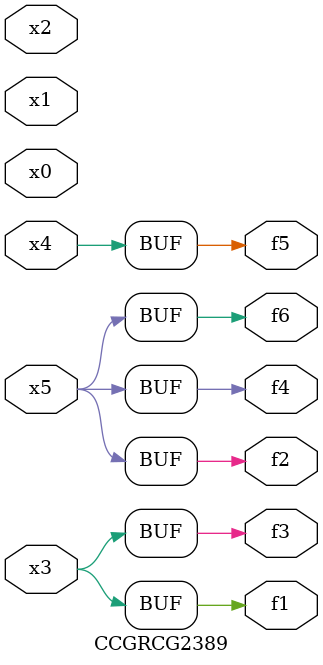
<source format=v>
module CCGRCG2389(
	input x0, x1, x2, x3, x4, x5,
	output f1, f2, f3, f4, f5, f6
);
	assign f1 = x3;
	assign f2 = x5;
	assign f3 = x3;
	assign f4 = x5;
	assign f5 = x4;
	assign f6 = x5;
endmodule

</source>
